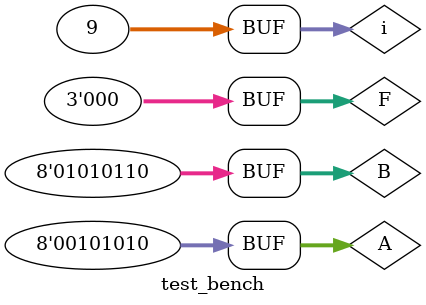
<source format=v>
`timescale 1ns / 1ps
module test_bench(
    );
    
    wire [7:0] result;
    wire [7:0] A, B;
    reg [2:0] F;
    integer i;
    
    ALU alu(A, B, F, result);
    
    assign A = 8'b00101010;
    assign B = 8'b01010110;
    
    initial begin
      for (i = 0; i < 9; i = i + 1) begin
        F = #10 i;
      end
    end 
    
endmodule

</source>
